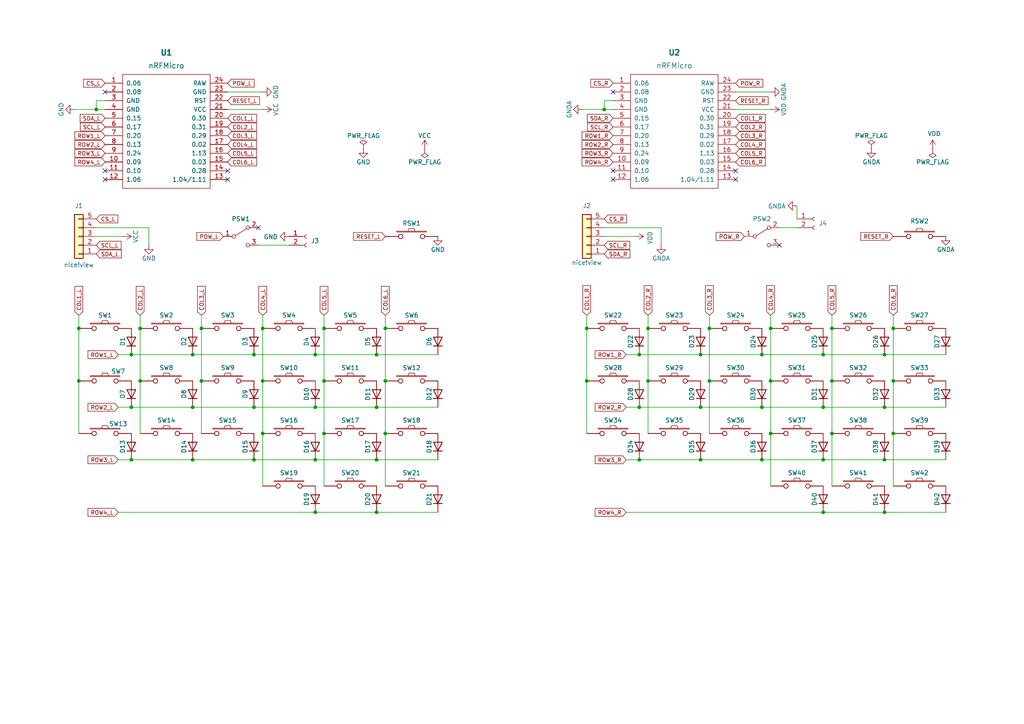
<source format=kicad_sch>
(kicad_sch (version 20250114) (generator "eeschema") (generator_version "9.0")
  (paper "A4")
  (lib_symbols
    (symbol "mriya:D" (pin_numbers (hide yes)) (pin_names (offset 1.016) (hide yes))
      (property "Reference" "D1" (at 0 2.54 0))
      (symbol "D_1_1"
        (pin passive line (at -3.81 0 0) (length 2.54) (name "K") (number "1"))
        (pin passive line (at 3.81 0 180) (length 2.54) (name "A") (number "2"))
      )
    )
    (symbol "mriya:GND" (power) (pin_names (offset 0))
      (property "Value" "GND" (at 0 -3.81 0))
      (symbol "GND_1_1"
        (pin power_in line (at 0 0 270) (length 0) (hide yes) (name "GND") (number "1"))
      )
    )
    (symbol "mriya:GNDA" (power) (pin_names (offset 0))
      (property "Value" "GNDA" (at 0.127 -3.2258 90))
      (symbol "GNDA_1_1"
        (pin power_in line (at 0 0 270) (length 0) (hide yes) (name "GNDA") (number "1"))
      )
    )
    (symbol "mriya:Molex_532610271" (pin_names (offset 1.016) (hide yes))
      (property "Reference" "J3" (at 1.27 -1.27 0))
      (symbol "Molex_532610271_1_1"
        (pin passive line (at -5.08 0 0) (length 3.81) (name "Pin_2") (number "1"))
        (pin passive line (at -5.08 -2.54 0) (length 3.81) (name "Pin_1") (number "2"))
      )
    )
    (symbol "mriya:PWR_FLAG" (power) (pin_numbers (hide yes)) (pin_names (offset 0) (hide yes))
      (property "Value" "PWR_FLAG" (at 0 3.81 0))
      (symbol "PWR_FLAG_0_0"
        (pin power_out line (at 0 0 90) (length 0) (name "pwr") (number "1"))
      )
    )
    (symbol "mriya:RSW" (pin_numbers (hide yes)) (pin_names (offset 1.016) (hide yes))
      (property "Reference" "RSW1" (at 0 3.81 0))
      (symbol "RSW_0_1"
        (pin passive inverted (at -7.62 0 0) (length 5.08) (name "1") (number "1"))
        (pin passive inverted (at 7.62 0 180) (length 5.08) (name "2") (number "2"))
      )
    )
    (symbol "mriya:SW_PUSH-kbd" (pin_numbers (hide yes)) (pin_names (offset 1.016) (hide yes))
      (property "Reference" "SW1" (at 0 3.81 0))
      (symbol "SW_PUSH-kbd_0_1"
        (pin passive inverted (at -7.62 0 0) (length 5.08) (name "1") (number "1"))
        (pin passive inverted (at 7.62 0 180) (length 5.08) (name "2") (number "2"))
      )
    )
    (symbol "mriya:SW_SPDT" (pin_names (offset 0) (hide yes))
      (property "Reference" "PSW1" (at 0 5.08 0))
      (symbol "SW_SPDT_1_1"
        (pin passive line (at -5.08 0 0) (length 2.54) (name "B") (number "1"))
        (pin passive line (at 5.08 2.54 180) (length 2.54) (name "A") (number "2"))
        (pin passive line (at 5.08 -2.54 180) (length 2.54) (name "C") (number "3"))
      )
    )
    (symbol "mriya:VCC" (power) (pin_names (offset 0))
      (property "Value" "VCC" (at 0 3.81 0))
      (symbol "VCC_1_1"
        (pin power_in line (at 0 0 90) (length 0) (hide yes) (name "VCC") (number "1"))
      )
    )
    (symbol "mriya:VDD" (power) (pin_names (offset 0))
      (property "Value" "VDD" (at 0.4318 4.3942 0))
      (symbol "VDD_1_1"
        (pin power_in line (at 0 0 90) (length 0) (hide yes) (name "VDD") (number "1"))
      )
    )
    (symbol "mriya:nRFMicro" (pin_names (offset 1.016))
      (property "Reference" "U1" (at 0 22.86 0))
      (property "Value" "nRFMicro" (at 0 19.05 0))
      (symbol "nRFMicro_1_1"
        (pin bidirectional line (at -17.78 13.97 0) (length 5.08) (name "0.06") (number "1"))
        (pin bidirectional line (at -17.78 11.43 0) (length 5.08) (name "0.08") (number "2"))
        (pin power_in line (at -17.78 8.89 0) (length 5.08) (name "GND") (number "3"))
        (pin power_in line (at -17.78 6.35 0) (length 5.08) (name "GND") (number "4"))
        (pin bidirectional line (at -17.78 3.81 0) (length 5.08) (name "0.15") (number "5"))
        (pin bidirectional line (at -17.78 1.27 0) (length 5.08) (name "0.17") (number "6"))
        (pin bidirectional line (at -17.78 -1.27 0) (length 5.08) (name "0.20") (number "7"))
        (pin bidirectional line (at -17.78 -3.81 0) (length 5.08) (name "0.13") (number "8"))
        (pin bidirectional line (at -17.78 -6.35 0) (length 5.08) (name "0.24") (number "9"))
        (pin bidirectional line (at -17.78 -8.89 0) (length 5.08) (name "0.09") (number "10"))
        (pin bidirectional line (at -17.78 -11.43 0) (length 5.08) (name "0.10") (number "11"))
        (pin bidirectional line (at -17.78 -13.97 0) (length 5.08) (name "1.06") (number "12"))
        (pin power_out line (at 17.78 13.97 180) (length 5.08) (name "RAW") (number "24"))
        (pin power_in line (at 17.78 11.43 180) (length 5.08) (name "GND") (number "23"))
        (pin input line (at 17.78 8.89 180) (length 5.08) (name "RST") (number "22"))
        (pin power_in line (at 17.78 6.35 180) (length 5.08) (name "VCC") (number "21"))
        (pin bidirectional line (at 17.78 3.81 180) (length 5.08) (name "0.30") (number "20"))
        (pin bidirectional line (at 17.78 1.27 180) (length 5.08) (name "0.31") (number "19"))
        (pin bidirectional line (at 17.78 -1.27 180) (length 5.08) (name "0.29") (number "18"))
        (pin bidirectional line (at 17.78 -3.81 180) (length 5.08) (name "0.02") (number "17"))
        (pin bidirectional line (at 17.78 -6.35 180) (length 5.08) (name "1.13") (number "16"))
        (pin bidirectional line (at 17.78 -8.89 180) (length 5.08) (name "0.03") (number "15"))
        (pin bidirectional line (at 17.78 -11.43 180) (length 5.08) (name "0.28") (number "14"))
        (pin bidirectional line (at 17.78 -13.97 180) (length 5.08) (name "1.04/1.11") (number "13"))
      )
    )
    (symbol "mriya:nice!view" (pin_names (offset 1.016) (hide yes))
      (property "Reference" "J1" (at 0 -8.89 0))
      (property "Value" "nice!view" (at 0 8.255 0))
      (symbol "nice!view_1_1"
        (pin passive line (at -5.08 5.08 0) (length 3.81) (name "Pin_1") (number "1"))
        (pin passive line (at -5.08 2.54 0) (length 3.81) (name "Pin_2") (number "2"))
        (pin passive line (at -5.08 0 0) (length 3.81) (name "Pin_3") (number "3"))
        (pin passive line (at -5.08 -2.54 0) (length 3.81) (name "Pin_4") (number "4"))
        (pin passive line (at -5.08 -5.08 0) (length 3.81) (name "Pin_5") (number "5"))
      )
    )
  )
  (junction (at 223.52 125.73))
  (junction (at 91.44 133.35))
  (junction (at 111.76 110.49))
  (junction (at 259.08 110.49))
  (junction (at 91.44 148.59))
  (junction (at 76.2 110.49))
  (junction (at 185.42 118.11))
  (junction (at 40.64 110.49))
  (junction (at 205.74 110.49))
  (junction (at 22.86 110.49))
  (junction (at 203.2 118.11))
  (junction (at 73.66 118.11))
  (junction (at 256.54 148.59))
  (junction (at 220.98 133.35))
  (junction (at 259.08 125.73))
  (junction (at 256.54 102.87))
  (junction (at 256.54 118.11))
  (junction (at 111.76 95.25))
  (junction (at 109.22 118.11))
  (junction (at 259.08 95.25))
  (junction (at 91.44 118.11))
  (junction (at 76.2 95.25))
  (junction (at 55.88 133.35))
  (junction (at 185.42 102.87))
  (junction (at 238.76 102.87))
  (junction (at 27.94 31.75))
  (junction (at 203.2 133.35))
  (junction (at 238.76 118.11))
  (junction (at 38.1 102.87))
  (junction (at 40.64 95.25))
  (junction (at 238.76 133.35))
  (junction (at 185.42 133.35))
  (junction (at 203.2 102.87))
  (junction (at 241.3 95.25))
  (junction (at 58.42 95.25))
  (junction (at 93.98 110.49))
  (junction (at 73.66 133.35))
  (junction (at 55.88 102.87))
  (junction (at 220.98 118.11))
  (junction (at 256.54 133.35))
  (junction (at 223.52 95.25))
  (junction (at 58.42 110.49))
  (junction (at 93.98 95.25))
  (junction (at 109.22 102.87))
  (junction (at 205.74 95.25))
  (junction (at 241.3 110.49))
  (junction (at 220.98 102.87))
  (junction (at 170.18 110.49))
  (junction (at 22.86 95.25))
  (junction (at 73.66 102.87))
  (junction (at 38.1 133.35))
  (junction (at 109.22 148.59))
  (junction (at 238.76 148.59))
  (junction (at 187.96 95.25))
  (junction (at 38.1 118.11))
  (junction (at 109.22 133.35))
  (junction (at 223.52 110.49))
  (junction (at 91.44 102.87))
  (junction (at 187.96 110.49))
  (junction (at 111.76 125.73))
  (junction (at 76.2 125.73))
  (junction (at 175.26 31.75))
  (junction (at 241.3 125.73))
  (junction (at 170.18 95.25))
  (junction (at 55.88 118.11))
  (junction (at 93.98 125.73))
  (no_connect (at 213.36 49.53))
  (no_connect (at 74.93 66.04))
  (no_connect (at 66.04 52.07))
  (no_connect (at 30.48 49.53))
  (no_connect (at 66.04 49.53))
  (no_connect (at 213.36 52.07))
  (no_connect (at 30.48 26.67))
  (no_connect (at 177.8 49.53))
  (no_connect (at 30.48 52.07))
  (no_connect (at 226.06 71.12))
  (no_connect (at 177.8 26.67))
  (no_connect (at 177.8 52.07))
  (wire (pts (xy 238.76 148.59) (xy 256.54 148.59)))
  (wire (pts (xy 241.3 91.44) (xy 241.3 95.25)))
  (wire (pts (xy 241.3 125.73) (xy 241.3 140.97)))
  (wire (pts (xy 73.66 102.87) (xy 91.44 102.87)))
  (wire (pts (xy 223.52 110.49) (xy 223.52 125.73)))
  (wire (pts (xy 76.2 125.73) (xy 76.2 140.97)))
  (wire (pts (xy 40.64 110.49) (xy 40.64 125.73)))
  (wire (pts (xy 66.04 26.67) (xy 76.2 26.67)))
  (wire (pts (xy 38.1 133.35) (xy 55.88 133.35)))
  (wire (pts (xy 21.59 31.75) (xy 27.94 31.75)))
  (wire (pts (xy 187.96 91.44) (xy 187.96 95.25)))
  (wire (pts (xy 76.2 110.49) (xy 76.2 125.73)))
  (wire (pts (xy 181.61 118.11) (xy 185.42 118.11)))
  (wire (pts (xy 109.22 148.59) (xy 127 148.59)))
  (wire (pts (xy 109.22 102.87) (xy 127 102.87)))
  (wire (pts (xy 223.52 91.44) (xy 223.52 95.25)))
  (wire (pts (xy 27.94 31.75) (xy 30.48 31.75)))
  (wire (pts (xy 203.2 102.87) (xy 220.98 102.87)))
  (wire (pts (xy 238.76 102.87) (xy 256.54 102.87)))
  (wire (pts (xy 177.8 29.21) (xy 175.26 29.21)))
  (wire (pts (xy 55.88 102.87) (xy 73.66 102.87)))
  (wire (pts (xy 91.44 148.59) (xy 109.22 148.59)))
  (wire (pts (xy 93.98 110.49) (xy 93.98 125.73)))
  (wire (pts (xy 213.36 26.67) (xy 223.52 26.67)))
  (wire (pts (xy 191.77 66.04) (xy 191.77 71.12)))
  (wire (pts (xy 34.29 102.87) (xy 38.1 102.87)))
  (wire (pts (xy 259.08 110.49) (xy 259.08 125.73)))
  (wire (pts (xy 226.06 66.04) (xy 231.14 66.04)))
  (wire (pts (xy 241.3 110.49) (xy 241.3 125.73)))
  (wire (pts (xy 256.54 102.87) (xy 274.32 102.87)))
  (wire (pts (xy 22.86 91.44) (xy 22.86 95.25)))
  (wire (pts (xy 259.08 91.44) (xy 259.08 95.25)))
  (wire (pts (xy 187.96 95.25) (xy 187.96 110.49)))
  (wire (pts (xy 66.04 31.75) (xy 76.2 31.75)))
  (wire (pts (xy 238.76 118.11) (xy 256.54 118.11)))
  (wire (pts (xy 38.1 102.87) (xy 55.88 102.87)))
  (wire (pts (xy 58.42 91.44) (xy 58.42 95.25)))
  (wire (pts (xy 203.2 118.11) (xy 220.98 118.11)))
  (wire (pts (xy 38.1 118.11) (xy 55.88 118.11)))
  (wire (pts (xy 43.18 66.04) (xy 43.18 71.12)))
  (wire (pts (xy 181.61 102.87) (xy 185.42 102.87)))
  (wire (pts (xy 259.08 125.73) (xy 259.08 140.97)))
  (wire (pts (xy 168.91 31.75) (xy 175.26 31.75)))
  (wire (pts (xy 111.76 110.49) (xy 111.76 125.73)))
  (wire (pts (xy 205.74 91.44) (xy 205.74 95.25)))
  (wire (pts (xy 93.98 91.44) (xy 93.98 95.25)))
  (wire (pts (xy 181.61 148.59) (xy 238.76 148.59)))
  (wire (pts (xy 185.42 118.11) (xy 203.2 118.11)))
  (wire (pts (xy 22.86 110.49) (xy 22.86 125.73)))
  (wire (pts (xy 175.26 29.21) (xy 175.26 31.75)))
  (wire (pts (xy 223.52 95.25) (xy 223.52 110.49)))
  (wire (pts (xy 34.29 148.59) (xy 91.44 148.59)))
  (wire (pts (xy 203.2 133.35) (xy 220.98 133.35)))
  (wire (pts (xy 220.98 102.87) (xy 238.76 102.87)))
  (wire (pts (xy 256.54 133.35) (xy 274.32 133.35)))
  (wire (pts (xy 55.88 133.35) (xy 73.66 133.35)))
  (wire (pts (xy 111.76 125.73) (xy 111.76 140.97)))
  (wire (pts (xy 27.94 29.21) (xy 27.94 31.75)))
  (wire (pts (xy 40.64 91.44) (xy 40.64 95.25)))
  (wire (pts (xy 109.22 118.11) (xy 127 118.11)))
  (wire (pts (xy 238.76 133.35) (xy 256.54 133.35)))
  (wire (pts (xy 170.18 95.25) (xy 170.18 110.49)))
  (wire (pts (xy 231.14 59.69) (xy 231.14 63.5)))
  (wire (pts (xy 58.42 95.25) (xy 58.42 110.49)))
  (wire (pts (xy 109.22 133.35) (xy 127 133.35)))
  (wire (pts (xy 175.26 66.04) (xy 191.77 66.04)))
  (wire (pts (xy 241.3 95.25) (xy 241.3 110.49)))
  (wire (pts (xy 74.93 71.12) (xy 83.82 71.12)))
  (wire (pts (xy 93.98 95.25) (xy 93.98 110.49)))
  (wire (pts (xy 175.26 68.58) (xy 184.15 68.58)))
  (wire (pts (xy 40.64 95.25) (xy 40.64 110.49)))
  (wire (pts (xy 93.98 125.73) (xy 93.98 140.97)))
  (wire (pts (xy 185.42 133.35) (xy 203.2 133.35)))
  (wire (pts (xy 170.18 91.44) (xy 170.18 95.25)))
  (wire (pts (xy 34.29 133.35) (xy 38.1 133.35)))
  (wire (pts (xy 170.18 110.49) (xy 170.18 125.73)))
  (wire (pts (xy 175.26 31.75) (xy 177.8 31.75)))
  (wire (pts (xy 91.44 102.87) (xy 109.22 102.87)))
  (wire (pts (xy 223.52 125.73) (xy 223.52 140.97)))
  (wire (pts (xy 213.36 31.75) (xy 223.52 31.75)))
  (wire (pts (xy 256.54 148.59) (xy 274.32 148.59)))
  (wire (pts (xy 73.66 118.11) (xy 91.44 118.11)))
  (wire (pts (xy 27.94 68.58) (xy 35.56 68.58)))
  (wire (pts (xy 205.74 95.25) (xy 205.74 110.49)))
  (wire (pts (xy 58.42 110.49) (xy 58.42 125.73)))
  (wire (pts (xy 30.48 29.21) (xy 27.94 29.21)))
  (wire (pts (xy 181.61 133.35) (xy 185.42 133.35)))
  (wire (pts (xy 76.2 95.25) (xy 76.2 110.49)))
  (wire (pts (xy 185.42 102.87) (xy 203.2 102.87)))
  (wire (pts (xy 205.74 110.49) (xy 205.74 125.73)))
  (wire (pts (xy 91.44 133.35) (xy 109.22 133.35)))
  (wire (pts (xy 259.08 95.25) (xy 259.08 110.49)))
  (wire (pts (xy 76.2 91.44) (xy 76.2 95.25)))
  (wire (pts (xy 91.44 118.11) (xy 109.22 118.11)))
  (wire (pts (xy 73.66 133.35) (xy 91.44 133.35)))
  (wire (pts (xy 111.76 95.25) (xy 111.76 110.49)))
  (wire (pts (xy 111.76 91.44) (xy 111.76 95.25)))
  (wire (pts (xy 27.94 66.04) (xy 43.18 66.04)))
  (wire (pts (xy 187.96 110.49) (xy 187.96 125.73)))
  (wire (pts (xy 256.54 118.11) (xy 274.32 118.11)))
  (wire (pts (xy 22.86 95.25) (xy 22.86 110.49)))
  (wire (pts (xy 220.98 133.35) (xy 238.76 133.35)))
  (wire (pts (xy 220.98 118.11) (xy 238.76 118.11)))
  (wire (pts (xy 55.88 118.11) (xy 73.66 118.11)))
  (wire (pts (xy 34.29 118.11) (xy 38.1 118.11)))
  (global_label "COL1_L" (shape input) (at 22.86 91.44 90) (effects (font (size 1.15 1.15))) (property "Intersheetrefs" "${INTERSHEET_REFS}" (effects (hide yes))))
  (global_label "ROW2_L" (shape input) (at 30.48 41.91 180) (effects (font (size 1.15 1.15))) (property "Intersheetrefs" "${INTERSHEET_REFS}" (effects (hide yes))))
  (global_label "ROW1_R" (shape input) (at 177.8 39.37 180) (effects (font (size 1.15 1.15))) (property "Intersheetrefs" "${INTERSHEET_REFS}" (effects (hide yes))))
  (global_label "COL2_R" (shape input) (at 213.36 36.83 0) (effects (font (size 1.15 1.15))) (property "Intersheetrefs" "${INTERSHEET_REFS}" (effects (hide yes))))
  (global_label "COL6_R" (shape input) (at 213.36 46.99 0) (effects (font (size 1.15 1.15))) (property "Intersheetrefs" "${INTERSHEET_REFS}" (effects (hide yes))))
  (global_label "ROW4_L" (shape input) (at 34.29 148.59 180) (effects (font (size 1.15 1.15))) (property "Intersheetrefs" "${INTERSHEET_REFS}" (effects (hide yes))))
  (global_label "POW_R" (shape input) (at 213.36 24.13 0) (effects (font (size 1.15 1.15))) (property "Intersheetrefs" "${INTERSHEET_REFS}" (effects (hide yes))))
  (global_label "SCL_L" (shape input) (at 30.48 36.83 180) (effects (font (size 1.15 1.15))) (property "Intersheetrefs" "${INTERSHEET_REFS}" (effects (hide yes))))
  (global_label "SDA_R" (shape input) (at 175.26 73.66 0) (effects (font (size 1.15 1.15))) (property "Intersheetrefs" "${INTERSHEET_REFS}" (effects (hide yes))))
  (global_label "COL5_R" (shape input) (at 241.3 91.44 90) (effects (font (size 1.15 1.15))) (property "Intersheetrefs" "${INTERSHEET_REFS}" (effects (hide yes))))
  (global_label "COL5_R" (shape input) (at 213.36 44.45 0) (effects (font (size 1.15 1.15))) (property "Intersheetrefs" "${INTERSHEET_REFS}" (effects (hide yes))))
  (global_label "CS_L" (shape input) (at 27.94 63.5 0) (effects (font (size 1.15 1.15))) (property "Intersheetrefs" "${INTERSHEET_REFS}" (effects (hide yes))))
  (global_label "RESET_R" (shape input) (at 213.36 29.21 0) (effects (font (size 1.15 1.15))) (property "Intersheetrefs" "${INTERSHEET_REFS}" (effects (hide yes))))
  (global_label "COL1_L" (shape input) (at 66.04 34.29 0) (effects (font (size 1.15 1.15))) (property "Intersheetrefs" "${INTERSHEET_REFS}" (effects (hide yes))))
  (global_label "ROW1_L" (shape input) (at 34.29 102.87 180) (effects (font (size 1.15 1.15))) (property "Intersheetrefs" "${INTERSHEET_REFS}" (effects (hide yes))))
  (global_label "COL3_L" (shape input) (at 66.04 39.37 0) (effects (font (size 1.15 1.15))) (property "Intersheetrefs" "${INTERSHEET_REFS}" (effects (hide yes))))
  (global_label "ROW4_L" (shape input) (at 30.48 46.99 180) (effects (font (size 1.15 1.15))) (property "Intersheetrefs" "${INTERSHEET_REFS}" (effects (hide yes))))
  (global_label "RESET_R" (shape input) (at 259.08 68.58 180) (effects (font (size 1.15 1.15))) (property "Intersheetrefs" "${INTERSHEET_REFS}" (effects (hide yes))))
  (global_label "RESET_L" (shape input) (at 66.04 29.21 0) (effects (font (size 1.15 1.15))) (property "Intersheetrefs" "${INTERSHEET_REFS}" (effects (hide yes))))
  (global_label "ROW2_R" (shape input) (at 181.61 118.11 180) (effects (font (size 1.15 1.15))) (property "Intersheetrefs" "${INTERSHEET_REFS}" (effects (hide yes))))
  (global_label "ROW3_L" (shape input) (at 30.48 44.45 180) (effects (font (size 1.15 1.15))) (property "Intersheetrefs" "${INTERSHEET_REFS}" (effects (hide yes))))
  (global_label "RESET_L" (shape input) (at 111.76 68.58 180) (effects (font (size 1.15 1.15))) (property "Intersheetrefs" "${INTERSHEET_REFS}" (effects (hide yes))))
  (global_label "COL3_L" (shape input) (at 58.42 91.44 90) (effects (font (size 1.15 1.15))) (property "Intersheetrefs" "${INTERSHEET_REFS}" (effects (hide yes))))
  (global_label "COL6_L" (shape input) (at 66.04 46.99 0) (effects (font (size 1.15 1.15))) (property "Intersheetrefs" "${INTERSHEET_REFS}" (effects (hide yes))))
  (global_label "COL1_R" (shape input) (at 213.36 34.29 0) (effects (font (size 1.15 1.15))) (property "Intersheetrefs" "${INTERSHEET_REFS}" (effects (hide yes))))
  (global_label "POW_R" (shape input) (at 215.9 68.58 180) (effects (font (size 1.1938 1.1938))) (property "Intersheetrefs" "${INTERSHEET_REFS}" (effects (hide yes))))
  (global_label "CS_R" (shape input) (at 175.26 63.5 0) (effects (font (size 1.15 1.15))) (property "Intersheetrefs" "${INTERSHEET_REFS}" (effects (hide yes))))
  (global_label "ROW4_R" (shape input) (at 177.8 46.99 180) (effects (font (size 1.15 1.15))) (property "Intersheetrefs" "${INTERSHEET_REFS}" (effects (hide yes))))
  (global_label "COL6_R" (shape input) (at 259.08 91.44 90) (effects (font (size 1.15 1.15))) (property "Intersheetrefs" "${INTERSHEET_REFS}" (effects (hide yes))))
  (global_label "ROW3_R" (shape input) (at 177.8 44.45 180) (effects (font (size 1.15 1.15))) (property "Intersheetrefs" "${INTERSHEET_REFS}" (effects (hide yes))))
  (global_label "ROW1_R" (shape input) (at 181.61 102.87 180) (effects (font (size 1.15 1.15))) (property "Intersheetrefs" "${INTERSHEET_REFS}" (effects (hide yes))))
  (global_label "ROW2_L" (shape input) (at 34.29 118.11 180) (effects (font (size 1.15 1.15))) (property "Intersheetrefs" "${INTERSHEET_REFS}" (effects (hide yes))))
  (global_label "ROW1_L" (shape input) (at 30.48 39.37 180) (effects (font (size 1.15 1.15))) (property "Intersheetrefs" "${INTERSHEET_REFS}" (effects (hide yes))))
  (global_label "POW_L" (shape input) (at 66.04 24.13 0) (effects (font (size 1.15 1.15))) (property "Intersheetrefs" "${INTERSHEET_REFS}" (effects (hide yes))))
  (global_label "SDA_L" (shape input) (at 30.48 34.29 180) (effects (font (size 1.15 1.15))) (property "Intersheetrefs" "${INTERSHEET_REFS}" (effects (hide yes))))
  (global_label "COL4_R" (shape input) (at 223.52 91.44 90) (effects (font (size 1.15 1.15))) (property "Intersheetrefs" "${INTERSHEET_REFS}" (effects (hide yes))))
  (global_label "SCL_R" (shape input) (at 177.8 36.83 180) (effects (font (size 1.15 1.15))) (property "Intersheetrefs" "${INTERSHEET_REFS}" (effects (hide yes))))
  (global_label "ROW3_L" (shape input) (at 34.29 133.35 180) (effects (font (size 1.15 1.15))) (property "Intersheetrefs" "${INTERSHEET_REFS}" (effects (hide yes))))
  (global_label "SDA_R" (shape input) (at 177.8 34.29 180) (effects (font (size 1.15 1.15))) (property "Intersheetrefs" "${INTERSHEET_REFS}" (effects (hide yes))))
  (global_label "COL5_L" (shape input) (at 66.04 44.45 0) (effects (font (size 1.15 1.15))) (property "Intersheetrefs" "${INTERSHEET_REFS}" (effects (hide yes))))
  (global_label "COL2_L" (shape input) (at 40.64 91.44 90) (effects (font (size 1.15 1.15))) (property "Intersheetrefs" "${INTERSHEET_REFS}" (effects (hide yes))))
  (global_label "ROW2_R" (shape input) (at 177.8 41.91 180) (effects (font (size 1.15 1.15))) (property "Intersheetrefs" "${INTERSHEET_REFS}" (effects (hide yes))))
  (global_label "COL3_R" (shape input) (at 205.74 91.44 90) (effects (font (size 1.15 1.15))) (property "Intersheetrefs" "${INTERSHEET_REFS}" (effects (hide yes))))
  (global_label "ROW3_R" (shape input) (at 181.61 133.35 180) (effects (font (size 1.15 1.15))) (property "Intersheetrefs" "${INTERSHEET_REFS}" (effects (hide yes))))
  (global_label "COL3_R" (shape input) (at 213.36 39.37 0) (effects (font (size 1.15 1.15))) (property "Intersheetrefs" "${INTERSHEET_REFS}" (effects (hide yes))))
  (global_label "COL2_R" (shape input) (at 187.96 91.44 90) (effects (font (size 1.15 1.15))) (property "Intersheetrefs" "${INTERSHEET_REFS}" (effects (hide yes))))
  (global_label "POW_L" (shape input) (at 64.77 68.58 180) (effects (font (size 1.15 1.15))) (property "Intersheetrefs" "${INTERSHEET_REFS}" (effects (hide yes))))
  (global_label "COL1_R" (shape input) (at 170.18 91.44 90) (effects (font (size 1.15 1.15))) (property "Intersheetrefs" "${INTERSHEET_REFS}" (effects (hide yes))))
  (global_label "COL5_L" (shape input) (at 93.98 91.44 90) (effects (font (size 1.15 1.15))) (property "Intersheetrefs" "${INTERSHEET_REFS}" (effects (hide yes))))
  (global_label "SCL_R" (shape input) (at 175.26 71.12 0) (effects (font (size 1.15 1.15))) (property "Intersheetrefs" "${INTERSHEET_REFS}" (effects (hide yes))))
  (global_label "SDA_L" (shape input) (at 27.94 73.66 0) (effects (font (size 1.15 1.15))) (property "Intersheetrefs" "${INTERSHEET_REFS}" (effects (hide yes))))
  (global_label "SCL_L" (shape input) (at 27.94 71.12 0) (effects (font (size 1.15 1.15))) (property "Intersheetrefs" "${INTERSHEET_REFS}" (effects (hide yes))))
  (global_label "CS_R" (shape input) (at 177.8 24.13 180) (effects (font (size 1.15 1.15))) (property "Intersheetrefs" "${INTERSHEET_REFS}" (effects (hide yes))))
  (global_label "ROW4_R" (shape input) (at 181.61 148.59 180) (effects (font (size 1.15 1.15))) (property "Intersheetrefs" "${INTERSHEET_REFS}" (effects (hide yes))))
  (global_label "COL4_L" (shape input) (at 66.04 41.91 0) (effects (font (size 1.15 1.15))) (property "Intersheetrefs" "${INTERSHEET_REFS}" (effects (hide yes))))
  (global_label "COL4_R" (shape input) (at 213.36 41.91 0) (effects (font (size 1.15 1.15))) (property "Intersheetrefs" "${INTERSHEET_REFS}" (effects (hide yes))))
  (global_label "COL2_L" (shape input) (at 66.04 36.83 0) (effects (font (size 1.15 1.15))) (property "Intersheetrefs" "${INTERSHEET_REFS}" (effects (hide yes))))
  (global_label "CS_L" (shape input) (at 30.48 24.13 180) (effects (font (size 1.15 1.15))) (property "Intersheetrefs" "${INTERSHEET_REFS}" (effects (hide yes))))
  (global_label "COL4_L" (shape input) (at 76.2 91.44 90) (effects (font (size 1.15 1.15))) (property "Intersheetrefs" "${INTERSHEET_REFS}" (effects (hide yes))))
  (global_label "COL6_L" (shape input) (at 111.76 91.44 90) (effects (font (size 1.15 1.15))) (property "Intersheetrefs" "${INTERSHEET_REFS}" (effects (hide yes))))
  (symbol (lib_id "mriya:GNDA") (at 168.91 31.75 270) (unit 1)
    (property "Reference" "#PWR01" (effects (hide yes)))
    (property "Value" "GNDA" (at 165.1 31.75 0))
  )
  (symbol (lib_id "mriya:SW_PUSH-kbd") (at 231.14 110.49 0) (unit 1)
    (property "Reference" "SW31" (at 231.14 106.68 0))
    (property "Value" "SW_PUSH" (effects (hide yes)))
    (property "Footprint" "MRIYA:CherryMX_Hotswap_1U" (effects (hide yes)))
    (property "Description" "Kailh Hotswap Socket CPG151101S11" (effects (hide yes)))
  )
  (symbol (lib_id "mriya:nRFMicro") (at 195.58 38.1 0) (unit 1)
    (property "Reference" "U2" (at 195.58 15.24 0) (effects (font (size 1.6 1.6) (thickness 0.32) (bold yes))))
    (property "Value" "nRFMicro" (at 195.58 19.05 0) (effects (font (size 1.524 1.524))))
    (property "Footprint" "MRIYA:nRFMicro_v2" (effects (hide yes)))
  )
  (symbol (lib_id "mriya:SW_PUSH-kbd") (at 248.92 140.97 0) (unit 1)
    (property "Reference" "SW41" (at 248.92 137.16 0))
    (property "Value" "SW_PUSH" (effects (hide yes)))
    (property "Footprint" "MRIYA:CherryMX_Hotswap_1U" (effects (hide yes)))
    (property "Description" "Kailh Hotswap Socket CPG151101S11" (effects (hide yes)))
  )
  (symbol (lib_id "mriya:GND") (at 105.41 43.18 0) (unit 1)
    (property "Reference" "#PWR0108" (effects (hide yes)))
    (property "Value" "GND" (at 105.41 46.99 0))
  )
  (symbol (lib_id "mriya:SW_PUSH-kbd") (at 177.8 125.73 0) (unit 1)
    (property "Reference" "SW34" (at 177.8 121.92 0))
    (property "Value" "SW_PUSH" (effects (hide yes)))
    (property "Footprint" "MRIYA:CherryMX_Hotswap_1U" (effects (hide yes)))
    (property "Description" "Kailh Hotswap Socket CPG151101S11" (effects (hide yes)))
  )
  (symbol (lib_id "mriya:D") (at 185.42 99.06 90) (unit 1)
    (property "Reference" "D22" (at 182.88 99.06 0))
    (property "Value" "D" (effects (hide yes)))
    (property "Footprint" "MRIYA:1N4148_T4" (effects (hide yes)))
    (property "Description" "Diode 1N4148W SOD-123" (effects (hide yes)))
  )
  (symbol (lib_id "mriya:D") (at 109.22 144.78 90) (unit 1)
    (property "Reference" "D20" (at 106.68 144.78 0))
    (property "Value" "D" (effects (hide yes)))
    (property "Footprint" "MRIYA:1N4148_T4" (effects (hide yes)))
    (property "Description" "Diode 1N4148W SOD-123" (effects (hide yes)))
  )
  (symbol (lib_id "mriya:D") (at 109.22 129.54 90) (unit 1)
    (property "Reference" "D17" (at 106.68 129.54 0))
    (property "Value" "D" (effects (hide yes)))
    (property "Footprint" "MRIYA:1N4148_T4" (effects (hide yes)))
    (property "Description" "Diode 1N4148W SOD-123" (effects (hide yes)))
  )
  (symbol (lib_id "mriya:SW_PUSH-kbd") (at 177.8 110.49 0) (unit 1)
    (property "Reference" "SW28" (at 177.8 106.68 0))
    (property "Value" "SW_PUSH" (effects (hide yes)))
    (property "Footprint" "MRIYA:CherryMX_Hotswap_1U" (effects (hide yes)))
    (property "Description" "Kailh Hotswap Socket CPG151101S11" (effects (hide yes)))
  )
  (symbol (lib_id "mriya:Molex_532610271") (at 236.22 63.5 0) (unit 1)
    (property "Reference" "J4" (at 237.49 64.77 0) (effects (justify left)))
    (property "Value" "JST" (effects (hide yes)))
    (property "Footprint" "MRIYA:Molex_532610271" (effects (hide yes)))
    (property "Description" "Molex PicoBlade 532610271 connector" (effects (hide yes)))
  )
  (symbol (lib_id "mriya:nRFMicro") (at 48.26 38.1 0) (unit 1)
    (property "Reference" "U1" (at 48.26 15.24 0) (effects (font (size 1.6 1.6) (thickness 0.32) (bold yes))))
    (property "Value" "nRFMicro" (at 48.26 19.05 0) (effects (font (size 1.524 1.524))))
    (property "Footprint" "MRIYA:nRFMicro_v2" (effects (hide yes)))
  )
  (symbol (lib_id "mriya:SW_PUSH-kbd") (at 101.6 95.25 0) (unit 1)
    (property "Reference" "SW5" (at 101.6 91.44 0))
    (property "Value" "SW_PUSH" (effects (hide yes)))
    (property "Footprint" "MRIYA:CherryMX_Hotswap_1U" (effects (hide yes)))
    (property "Description" "Kailh Hotswap Socket CPG151101S11" (effects (hide yes)))
  )
  (symbol (lib_id "mriya:D") (at 55.88 99.06 90) (unit 1)
    (property "Reference" "D2" (at 53.34 99.06 0))
    (property "Value" "D" (effects (hide yes)))
    (property "Footprint" "MRIYA:1N4148_T4" (effects (hide yes)))
    (property "Description" "Diode 1N4148W SOD-123" (effects (hide yes)))
  )
  (symbol (lib_id "mriya:D") (at 55.88 129.54 90) (unit 1)
    (property "Reference" "D14" (at 53.34 129.54 0))
    (property "Value" "D" (effects (hide yes)))
    (property "Footprint" "MRIYA:1N4148_T4" (effects (hide yes)))
    (property "Description" "Diode 1N4148W SOD-123" (effects (hide yes)))
  )
  (symbol (lib_id "mriya:SW_PUSH-kbd") (at 30.48 125.73 0) (unit 1)
    (property "Reference" "SW13" (at 34.29 122.936 0))
    (property "Value" "SW_PUSH" (effects (hide yes)))
    (property "Footprint" "MRIYA:CherryMX_Hotswap_1U" (effects (hide yes)))
    (property "Description" "Kailh Hotswap Socket CPG151101S11" (effects (hide yes)))
  )
  (symbol (lib_id "mriya:SW_PUSH-kbd") (at 119.38 140.97 0) (unit 1)
    (property "Reference" "SW21" (at 119.38 137.16 0))
    (property "Value" "SW_PUSH" (effects (hide yes)))
    (property "Footprint" "MRIYA:CherryMX_Hotswap_1U" (effects (hide yes)))
    (property "Description" "Kailh Hotswap Socket CPG151101S11" (effects (hide yes)))
  )
  (symbol (lib_id "mriya:SW_PUSH-kbd") (at 266.7 125.73 0) (unit 1)
    (property "Reference" "SW39" (at 266.7 121.92 0))
    (property "Value" "SW_PUSH" (effects (hide yes)))
    (property "Footprint" "MRIYA:CherryMX_Hotswap_1U" (effects (hide yes)))
    (property "Description" "Kailh Hotswap Socket CPG151101S11" (effects (hide yes)))
  )
  (symbol (lib_id "mriya:D") (at 256.54 114.3 90) (unit 1)
    (property "Reference" "D32" (at 254 114.3 0))
    (property "Value" "D" (effects (hide yes)))
    (property "Footprint" "MRIYA:1N4148_T4" (effects (hide yes)))
    (property "Description" "Diode 1N4148W SOD-123" (effects (hide yes)))
  )
  (symbol (lib_id "mriya:D") (at 73.66 129.54 90) (unit 1)
    (property "Reference" "D15" (at 71.12 129.54 0))
    (property "Value" "D" (effects (hide yes)))
    (property "Footprint" "MRIYA:1N4148_T4" (effects (hide yes)))
    (property "Description" "Diode 1N4148W SOD-123" (effects (hide yes)))
  )
  (symbol (lib_id "mriya:SW_PUSH-kbd") (at 248.92 95.25 0) (unit 1)
    (property "Reference" "SW26" (at 248.92 91.44 0))
    (property "Value" "SW_PUSH" (effects (hide yes)))
    (property "Footprint" "MRIYA:CherryMX_Hotswap_1U" (effects (hide yes)))
    (property "Description" "Kailh Hotswap Socket CPG151101S11" (effects (hide yes)))
  )
  (symbol (lib_id "mriya:D") (at 274.32 114.3 90) (unit 1)
    (property "Reference" "D33" (at 271.78 114.3 0))
    (property "Value" "D" (effects (hide yes)))
    (property "Footprint" "MRIYA:1N4148_T4" (effects (hide yes)))
    (property "Description" "Diode 1N4148W SOD-123" (effects (hide yes)))
  )
  (symbol (lib_id "mriya:SW_PUSH-kbd") (at 195.58 125.73 0) (unit 1)
    (property "Reference" "SW35" (at 195.58 121.92 0))
    (property "Value" "SW_PUSH" (effects (hide yes)))
    (property "Footprint" "MRIYA:CherryMX_Hotswap_1U" (effects (hide yes)))
    (property "Description" "Kailh Hotswap Socket CPG151101S11" (effects (hide yes)))
  )
  (symbol (lib_id "mriya:SW_PUSH-kbd") (at 30.48 95.25 0) (unit 1)
    (property "Reference" "SW1" (at 30.48 91.44 0))
    (property "Value" "SW_PUSH" (effects (hide yes)))
    (property "Footprint" "MRIYA:CherryMX_Hotswap_1U" (effects (hide yes)))
    (property "Description" "Kailh Hotswap Socket CPG151101S11" (effects (hide yes)))
  )
  (symbol (lib_id "mriya:SW_PUSH-kbd") (at 48.26 95.25 0) (unit 1)
    (property "Reference" "SW2" (at 48.26 91.44 0))
    (property "Value" "SW_PUSH" (effects (hide yes)))
    (property "Footprint" "MRIYA:CherryMX_Hotswap_1U" (effects (hide yes)))
    (property "Description" "Kailh Hotswap Socket CPG151101S11" (effects (hide yes)))
  )
  (symbol (lib_id "mriya:SW_PUSH-kbd") (at 195.58 95.25 0) (unit 1)
    (property "Reference" "SW23" (at 195.58 91.44 0))
    (property "Value" "SW_PUSH" (effects (hide yes)))
    (property "Footprint" "MRIYA:CherryMX_Hotswap_1U" (effects (hide yes)))
    (property "Description" "Kailh Hotswap Socket CPG151101S11" (effects (hide yes)))
  )
  (symbol (lib_id "mriya:SW_PUSH-kbd") (at 48.26 125.73 0) (unit 1)
    (property "Reference" "SW14" (at 48.26 121.92 0))
    (property "Value" "SW_PUSH" (effects (hide yes)))
    (property "Footprint" "MRIYA:CherryMX_Hotswap_1U" (effects (hide yes)))
    (property "Description" "Kailh Hotswap Socket CPG151101S11" (effects (hide yes)))
  )
  (symbol (lib_id "mriya:SW_PUSH-kbd") (at 48.26 110.49 0) (unit 1)
    (property "Reference" "SW8" (at 48.26 106.68 0))
    (property "Value" "SW_PUSH" (effects (hide yes)))
    (property "Footprint" "MRIYA:CherryMX_Hotswap_1U" (effects (hide yes)))
    (property "Description" "Kailh Hotswap Socket CPG151101S11" (effects (hide yes)))
  )
  (symbol (lib_id "mriya:D") (at 91.44 144.78 90) (unit 1)
    (property "Reference" "D19" (at 88.9 144.78 0))
    (property "Value" "D" (effects (hide yes)))
    (property "Footprint" "MRIYA:1N4148_T4" (effects (hide yes)))
    (property "Description" "Diode 1N4148W SOD-123" (effects (hide yes)))
  )
  (symbol (lib_id "mriya:SW_PUSH-kbd") (at 213.36 95.25 0) (unit 1)
    (property "Reference" "SW24" (at 213.36 91.44 0))
    (property "Value" "SW_PUSH" (effects (hide yes)))
    (property "Footprint" "MRIYA:CherryMX_Hotswap_1U" (effects (hide yes)))
    (property "Description" "Kailh Hotswap Socket CPG151101S11" (effects (hide yes)))
  )
  (symbol (lib_id "mriya:GND") (at 76.2 26.67 90) (unit 1)
    (property "Reference" "#PWR0102" (effects (hide yes)))
    (property "Value" "GND" (at 80.01 26.67 0))
  )
  (symbol (lib_id "mriya:GNDA") (at 223.52 26.67 90) (unit 1)
    (property "Reference" "#PWR05" (effects (hide yes)))
    (property "Value" "GNDA" (at 227.33 26.67 0))
  )
  (symbol (lib_id "mriya:SW_PUSH-kbd") (at 119.38 125.73 0) (unit 1)
    (property "Reference" "SW18" (at 119.38 121.92 0))
    (property "Value" "SW_PUSH" (effects (hide yes)))
    (property "Footprint" "MRIYA:CherryMX_Hotswap_1U" (effects (hide yes)))
    (property "Description" "Kailh Hotswap Socket CPG151101S11" (effects (hide yes)))
  )
  (symbol (lib_id "mriya:D") (at 185.42 114.3 90) (unit 1)
    (property "Reference" "D28" (at 182.88 114.3 0))
    (property "Value" "D" (effects (hide yes)))
    (property "Footprint" "MRIYA:1N4148_T4" (effects (hide yes)))
    (property "Description" "Diode 1N4148W SOD-123" (effects (hide yes)))
  )
  (symbol (lib_id "mriya:SW_PUSH-kbd") (at 248.92 110.49 0) (unit 1)
    (property "Reference" "SW32" (at 248.92 106.68 0))
    (property "Value" "SW_PUSH" (effects (hide yes)))
    (property "Footprint" "MRIYA:CherryMX_Hotswap_1U" (effects (hide yes)))
    (property "Description" "Kailh Hotswap Socket CPG151101S11" (effects (hide yes)))
  )
  (symbol (lib_id "mriya:SW_PUSH-kbd") (at 266.7 110.49 0) (unit 1)
    (property "Reference" "SW33" (at 266.7 106.68 0))
    (property "Value" "SW_PUSH" (effects (hide yes)))
    (property "Footprint" "MRIYA:CherryMX_Hotswap_1U" (effects (hide yes)))
    (property "Description" "Kailh Hotswap Socket CPG151101S11" (effects (hide yes)))
  )
  (symbol (lib_id "mriya:D") (at 73.66 99.06 90) (unit 1)
    (property "Reference" "D3" (at 71.12 99.06 0))
    (property "Value" "D" (effects (hide yes)))
    (property "Footprint" "MRIYA:1N4148_T4" (effects (hide yes)))
    (property "Description" "Diode 1N4148W SOD-123" (effects (hide yes)))
  )
  (symbol (lib_id "mriya:PWR_FLAG") (at 123.19 43.18 180) (unit 1)
    (property "Reference" "#FLG0101" (effects (hide yes)))
    (property "Value" "PWR_FLAG" (at 123.19 46.99 0))
  )
  (symbol (lib_id "mriya:D") (at 38.1 129.54 90) (unit 1)
    (property "Reference" "D13" (at 35.56 129.54 0))
    (property "Value" "D" (effects (hide yes)))
    (property "Footprint" "MRIYA:1N4148_T4" (effects (hide yes)))
    (property "Description" "Diode 1N4148W SOD-123" (effects (hide yes)))
  )
  (symbol (lib_id "mriya:D") (at 109.22 99.06 90) (unit 1)
    (property "Reference" "D5" (at 106.68 99.06 0))
    (property "Value" "D" (effects (hide yes)))
    (property "Footprint" "MRIYA:1N4148_T4" (effects (hide yes)))
    (property "Description" "Diode 1N4148W SOD-123" (effects (hide yes)))
  )
  (symbol (lib_id "mriya:D") (at 203.2 114.3 90) (unit 1)
    (property "Reference" "D29" (at 200.66 114.3 0))
    (property "Value" "D" (effects (hide yes)))
    (property "Footprint" "MRIYA:1N4148_T4" (effects (hide yes)))
    (property "Description" "Diode 1N4148W SOD-123" (effects (hide yes)))
  )
  (symbol (lib_id "mriya:D") (at 220.98 114.3 90) (unit 1)
    (property "Reference" "D30" (at 218.44 114.3 0))
    (property "Value" "D" (effects (hide yes)))
    (property "Footprint" "MRIYA:1N4148_T4" (effects (hide yes)))
    (property "Description" "Diode 1N4148W SOD-123" (effects (hide yes)))
  )
  (symbol (lib_id "mriya:SW_PUSH-kbd") (at 119.38 110.49 0) (unit 1)
    (property "Reference" "SW12" (at 119.38 106.68 0))
    (property "Value" "SW_PUSH" (effects (hide yes)))
    (property "Footprint" "MRIYA:CherryMX_Hotswap_1U" (effects (hide yes)))
    (property "Description" "Kailh Hotswap Socket CPG151101S11" (effects (hide yes)))
  )
  (symbol (lib_id "mriya:GNDA") (at 231.14 59.69 270) (unit 1)
    (property "Reference" "#PWR010" (effects (hide yes)))
    (property "Value" "GNDA" (at 227.9142 59.817 90) (effects (justify right)))
  )
  (symbol (lib_id "mriya:SW_PUSH-kbd") (at 213.36 125.73 0) (unit 1)
    (property "Reference" "SW36" (at 213.36 121.92 0))
    (property "Value" "SW_PUSH" (effects (hide yes)))
    (property "Footprint" "MRIYA:CherryMX_Hotswap_1U" (effects (hide yes)))
    (property "Description" "Kailh Hotswap Socket CPG151101S11" (effects (hide yes)))
  )
  (symbol (lib_id "mriya:D") (at 55.88 114.3 90) (unit 1)
    (property "Reference" "D8" (at 53.34 114.3 0))
    (property "Value" "D" (effects (hide yes)))
    (property "Footprint" "MRIYA:1N4148_T4" (effects (hide yes)))
    (property "Description" "Diode 1N4148W SOD-123" (effects (hide yes)))
  )
  (symbol (lib_id "mriya:SW_PUSH-kbd") (at 83.82 95.25 0) (unit 1)
    (property "Reference" "SW4" (at 83.82 91.44 0))
    (property "Value" "SW_PUSH" (effects (hide yes)))
    (property "Footprint" "MRIYA:CherryMX_Hotswap_1U" (effects (hide yes)))
    (property "Description" "Kailh Hotswap Socket CPG151101S11" (effects (hide yes)))
  )
  (symbol (lib_id "mriya:SW_SPDT") (at 69.85 68.58 0) (unit 1)
    (property "Reference" "PSW1" (at 69.85 63.5 0))
    (property "Value" "SW_SPDT" (effects (hide yes)))
    (property "Footprint" "MRIYA:BSI-10h" (effects (hide yes)))
    (property "Description" "Power Switch SUNGMUN BSI-10H" (effects (hide yes)))
  )
  (symbol (lib_id "mriya:GND") (at 127 68.58 0) (unit 1)
    (property "Reference" "#PWR0111" (effects (hide yes)))
    (property "Value" "GND" (at 127 72.39 0))
  )
  (symbol (lib_id "mriya:SW_PUSH-kbd") (at 119.38 95.25 0) (unit 1)
    (property "Reference" "SW6" (at 119.38 91.44 0))
    (property "Value" "SW_PUSH" (effects (hide yes)))
    (property "Footprint" "MRIYA:CherryMX_Hotswap_1U" (effects (hide yes)))
    (property "Description" "Kailh Hotswap Socket CPG151101S11" (effects (hide yes)))
  )
  (symbol (lib_id "mriya:D") (at 127 144.78 90) (unit 1)
    (property "Reference" "D21" (at 124.46 144.78 0))
    (property "Value" "D" (effects (hide yes)))
    (property "Footprint" "MRIYA:1N4148_T4" (effects (hide yes)))
    (property "Description" "Diode 1N4148W SOD-123" (effects (hide yes)))
  )
  (symbol (lib_id "mriya:RSW") (at 119.38 68.58 0) (unit 1)
    (property "Reference" "RSW1" (at 119.38 64.77 0))
    (property "Value" "RSW" (effects (hide yes)))
    (property "Footprint" "MRIYA:RSW_4.5x4.5_left" (effects (hide yes)))
    (property "Description" "Reset Button TC-1109-C-A (4.5x4.5x5.5mm) 4pin DIP" (effects (hide yes)))
  )
  (symbol (lib_id "mriya:VDD") (at 184.15 68.58 270) (unit 1)
    (property "Reference" "#PWR06" (effects (hide yes)))
    (property "Value" "VDD" (at 188.5442 69.0118 0))
  )
  (symbol (lib_id "mriya:PWR_FLAG") (at 270.51 43.18 180) (unit 1)
    (property "Reference" "#FLG02" (effects (hide yes)))
    (property "Value" "PWR_FLAG" (at 270.51 46.99 0))
  )
  (symbol (lib_id "mriya:SW_PUSH-kbd") (at 177.8 95.25 0) (unit 1)
    (property "Reference" "SW22" (at 177.8 91.44 0))
    (property "Value" "SW_PUSH" (effects (hide yes)))
    (property "Footprint" "MRIYA:CherryMX_Hotswap_1U" (effects (hide yes)))
    (property "Description" "Kailh Hotswap Socket CPG151101S11" (effects (hide yes)))
  )
  (symbol (lib_id "mriya:SW_SPDT") (at 220.98 68.58 0) (unit 1)
    (property "Reference" "PSW2" (at 220.98 63.5 0))
    (property "Value" "SW_SPDT" (effects (hide yes)))
    (property "Footprint" "MRIYA:BSI-10h" (effects (hide yes)))
    (property "Description" "Power Switch SUNGMUN BSI-10H" (effects (hide yes)))
  )
  (symbol (lib_id "mriya:D") (at 274.32 99.06 90) (unit 1)
    (property "Reference" "D27" (at 271.78 99.06 0))
    (property "Value" "D" (effects (hide yes)))
    (property "Footprint" "MRIYA:1N4148_T4" (effects (hide yes)))
    (property "Description" "Diode 1N4148W SOD-123" (effects (hide yes)))
  )
  (symbol (lib_id "mriya:PWR_FLAG") (at 252.73 43.18 0) (unit 1)
    (property "Reference" "#FLG01" (effects (hide yes)))
    (property "Value" "PWR_FLAG" (at 252.73 39.37 0))
  )
  (symbol (lib_id "mriya:GND") (at 43.18 71.12 0) (unit 1)
    (property "Reference" "#PWR0107" (effects (hide yes)))
    (property "Value" "GND" (at 43.18 74.93 0))
  )
  (symbol (lib_id "mriya:GND") (at 83.82 68.58 270) (unit 1)
    (property "Reference" "#PWR0104" (effects (hide yes)))
    (property "Value" "GND" (at 80.5688 68.707 90) (effects (justify right)))
  )
  (symbol (lib_id "mriya:VDD") (at 270.51 43.18 0) (unit 1)
    (property "Reference" "#PWR07" (effects (hide yes)))
    (property "Value" "VDD" (at 270.9418 38.7858 0))
  )
  (symbol (lib_id "mriya:VCC") (at 35.56 68.58 270) (unit 1)
    (property "Reference" "#PWR0110" (effects (hide yes)))
    (property "Value" "VCC" (at 39.37 68.58 0))
  )
  (symbol (lib_id "mriya:D") (at 109.22 114.3 90) (unit 1)
    (property "Reference" "D11" (at 106.68 114.3 0))
    (property "Value" "D" (effects (hide yes)))
    (property "Footprint" "MRIYA:1N4148_T4" (effects (hide yes)))
    (property "Description" "Diode 1N4148W SOD-123" (effects (hide yes)))
  )
  (symbol (lib_id "mriya:Molex_532610271") (at 88.9 68.58 0) (unit 1)
    (property "Reference" "J3" (at 90.17 69.85 0) (effects (justify left)))
    (property "Value" "JST" (effects (hide yes)))
    (property "Footprint" "MRIYA:Molex_532610271" (effects (hide yes)))
    (property "Description" "Molex PicoBlade 532610271 connector" (effects (hide yes)))
  )
  (symbol (lib_id "mriya:D") (at 238.76 99.06 90) (unit 1)
    (property "Reference" "D25" (at 236.22 99.06 0))
    (property "Value" "D" (effects (hide yes)))
    (property "Footprint" "MRIYA:1N4148_T4" (effects (hide yes)))
    (property "Description" "Diode 1N4148W SOD-123" (effects (hide yes)))
  )
  (symbol (lib_id "mriya:D") (at 274.32 129.54 90) (unit 1)
    (property "Reference" "D39" (at 271.78 129.54 0))
    (property "Value" "D" (effects (hide yes)))
    (property "Footprint" "MRIYA:1N4148_T4" (effects (hide yes)))
    (property "Description" "Diode 1N4148W SOD-123" (effects (hide yes)))
  )
  (symbol (lib_id "mriya:SW_PUSH-kbd") (at 83.82 125.73 0) (unit 1)
    (property "Reference" "SW16" (at 83.82 121.92 0))
    (property "Value" "SW_PUSH" (effects (hide yes)))
    (property "Footprint" "MRIYA:CherryMX_Hotswap_1U" (effects (hide yes)))
    (property "Description" "Kailh Hotswap Socket CPG151101S11" (effects (hide yes)))
  )
  (symbol (lib_id "mriya:SW_PUSH-kbd") (at 231.14 95.25 0) (unit 1)
    (property "Reference" "SW25" (at 231.14 91.44 0))
    (property "Value" "SW_PUSH" (effects (hide yes)))
    (property "Footprint" "MRIYA:CherryMX_Hotswap_1U" (effects (hide yes)))
    (property "Description" "Kailh Hotswap Socket CPG151101S11" (effects (hide yes)))
  )
  (symbol (lib_id "mriya:PWR_FLAG") (at 105.41 43.18 0) (unit 1)
    (property "Reference" "#FLG0102" (effects (hide yes)))
    (property "Value" "PWR_FLAG" (at 105.41 39.37 0))
  )
  (symbol (lib_id "mriya:SW_PUSH-kbd") (at 66.04 110.49 0) (unit 1)
    (property "Reference" "SW9" (at 66.04 106.68 0))
    (property "Value" "SW_PUSH" (effects (hide yes)))
    (property "Footprint" "MRIYA:CherryMX_Hotswap_1U" (effects (hide yes)))
    (property "Description" "Kailh Hotswap Socket CPG151101S11" (effects (hide yes)))
  )
  (symbol (lib_id "mriya:D") (at 256.54 129.54 90) (unit 1)
    (property "Reference" "D38" (at 254 129.54 0))
    (property "Value" "D" (effects (hide yes)))
    (property "Footprint" "MRIYA:1N4148_T4" (effects (hide yes)))
    (property "Description" "Diode 1N4148W SOD-123" (effects (hide yes)))
  )
  (symbol (lib_id "mriya:SW_PUSH-kbd") (at 101.6 110.49 0) (unit 1)
    (property "Reference" "SW11" (at 101.6 106.68 0))
    (property "Value" "SW_PUSH" (effects (hide yes)))
    (property "Footprint" "MRIYA:CherryMX_Hotswap_1U" (effects (hide yes)))
    (property "Description" "Kailh Hotswap Socket CPG151101S11" (effects (hide yes)))
  )
  (symbol (lib_id "mriya:VCC") (at 76.2 31.75 270) (unit 1)
    (property "Reference" "#PWR0103" (effects (hide yes)))
    (property "Value" "VCC" (at 80.01 31.75 0))
  )
  (symbol (lib_id "mriya:D") (at 203.2 99.06 90) (unit 1)
    (property "Reference" "D23" (at 200.66 99.06 0))
    (property "Value" "D" (effects (hide yes)))
    (property "Footprint" "MRIYA:1N4148_T4" (effects (hide yes)))
    (property "Description" "Diode 1N4148W SOD-123" (effects (hide yes)))
  )
  (symbol (lib_id "mriya:D") (at 127 99.06 90) (unit 1)
    (property "Reference" "D6" (at 124.46 99.06 0))
    (property "Value" "D" (effects (hide yes)))
    (property "Footprint" "MRIYA:1N4148_T4" (effects (hide yes)))
    (property "Description" "Diode 1N4148W SOD-123" (effects (hide yes)))
  )
  (symbol (lib_id "mriya:SW_PUSH-kbd") (at 231.14 125.73 0) (unit 1)
    (property "Reference" "SW37" (at 231.14 121.92 0))
    (property "Value" "SW_PUSH" (effects (hide yes)))
    (property "Footprint" "MRIYA:CherryMX_Hotswap_1U" (effects (hide yes)))
    (property "Description" "Kailh Hotswap Socket CPG151101S11" (effects (hide yes)))
  )
  (symbol (lib_id "mriya:D") (at 238.76 129.54 90) (unit 1)
    (property "Reference" "D37" (at 236.22 129.54 0))
    (property "Value" "D" (effects (hide yes)))
    (property "Footprint" "MRIYA:1N4148_T4" (effects (hide yes)))
    (property "Description" "Diode 1N4148W SOD-123" (effects (hide yes)))
  )
  (symbol (lib_id "mriya:VCC") (at 123.19 43.18 0) (unit 1)
    (property "Reference" "#PWR0109" (effects (hide yes)))
    (property "Value" "VCC" (at 123.19 39.37 0))
  )
  (symbol (lib_id "mriya:SW_PUSH-kbd") (at 213.36 110.49 0) (unit 1)
    (property "Reference" "SW30" (at 213.36 106.68 0))
    (property "Value" "SW_PUSH" (effects (hide yes)))
    (property "Footprint" "MRIYA:CherryMX_Hotswap_1U" (effects (hide yes)))
    (property "Description" "Kailh Hotswap Socket CPG151101S11" (effects (hide yes)))
  )
  (symbol (lib_id "mriya:D") (at 185.42 129.54 90) (unit 1)
    (property "Reference" "D34" (at 182.88 129.54 0))
    (property "Value" "D" (effects (hide yes)))
    (property "Footprint" "MRIYA:1N4148_T4" (effects (hide yes)))
    (property "Description" "Diode 1N4148W SOD-123" (effects (hide yes)))
  )
  (symbol (lib_id "mriya:VDD") (at 223.52 31.75 270) (unit 1)
    (property "Reference" "#PWR0105" (effects (hide yes)))
    (property "Value" "VDD" (at 227.33 31.75 0))
  )
  (symbol (lib_id "mriya:D") (at 203.2 129.54 90) (unit 1)
    (property "Reference" "D35" (at 200.66 129.54 0))
    (property "Value" "D" (effects (hide yes)))
    (property "Footprint" "MRIYA:1N4148_T4" (effects (hide yes)))
    (property "Description" "Diode 1N4148W SOD-123" (effects (hide yes)))
  )
  (symbol (lib_id "mriya:SW_PUSH-kbd") (at 66.04 125.73 0) (unit 1)
    (property "Reference" "SW15" (at 66.04 121.92 0))
    (property "Value" "SW_PUSH" (effects (hide yes)))
    (property "Footprint" "MRIYA:CherryMX_Hotswap_1U" (effects (hide yes)))
    (property "Description" "Kailh Hotswap Socket CPG151101S11" (effects (hide yes)))
  )
  (symbol (lib_id "mriya:D") (at 91.44 99.06 90) (unit 1)
    (property "Reference" "D4" (at 88.9 99.06 0))
    (property "Value" "D" (effects (hide yes)))
    (property "Footprint" "MRIYA:1N4148_T4" (effects (hide yes)))
    (property "Description" "Diode 1N4148W SOD-123" (effects (hide yes)))
  )
  (symbol (lib_id "mriya:D") (at 220.98 99.06 90) (unit 1)
    (property "Reference" "D24" (at 218.44 99.06 0))
    (property "Value" "D" (effects (hide yes)))
    (property "Footprint" "MRIYA:1N4148_T4" (effects (hide yes)))
    (property "Description" "Diode 1N4148W SOD-123" (effects (hide yes)))
  )
  (symbol (lib_id "mriya:RSW") (at 266.7 68.58 0) (unit 1)
    (property "Reference" "RSW2" (at 266.7 64.135 0))
    (property "Value" "RSW" (effects (hide yes)))
    (property "Footprint" "MRIYA:RSW_4.5x4.5_left" (effects (hide yes)))
    (property "Description" "Reset Button TC-1109-C-A (4.5x4.5x5.5mm) 4pin DIP" (effects (hide yes)))
  )
  (symbol (lib_id "mriya:D") (at 91.44 114.3 90) (unit 1)
    (property "Reference" "D10" (at 88.9 114.3 0))
    (property "Value" "D" (effects (hide yes)))
    (property "Footprint" "MRIYA:1N4148_T4" (effects (hide yes)))
    (property "Description" "Diode 1N4148W SOD-123" (effects (hide yes)))
  )
  (symbol (lib_id "mriya:SW_PUSH-kbd") (at 66.04 95.25 0) (unit 1)
    (property "Reference" "SW3" (at 66.04 91.44 0))
    (property "Value" "SW_PUSH" (effects (hide yes)))
    (property "Footprint" "MRIYA:CherryMX_Hotswap_1U" (effects (hide yes)))
    (property "Description" "Kailh Hotswap Socket CPG151101S11" (effects (hide yes)))
  )
  (symbol (lib_id "mriya:D") (at 274.32 144.78 90) (unit 1)
    (property "Reference" "D42" (at 271.78 144.78 0))
    (property "Value" "D" (effects (hide yes)))
    (property "Footprint" "MRIYA:1N4148_T4" (effects (hide yes)))
    (property "Description" "Diode 1N4148W SOD-123" (effects (hide yes)))
  )
  (symbol (lib_id "mriya:D") (at 127 129.54 90) (unit 1)
    (property "Reference" "D18" (at 124.46 129.54 0))
    (property "Value" "D" (effects (hide yes)))
    (property "Footprint" "MRIYA:1N4148_T4" (effects (hide yes)))
    (property "Description" "Diode 1N4148W SOD-123" (effects (hide yes)))
  )
  (symbol (lib_id "mriya:D") (at 127 114.3 90) (unit 1)
    (property "Reference" "D12" (at 124.46 114.3 0))
    (property "Value" "D" (effects (hide yes)))
    (property "Footprint" "MRIYA:1N4148_T4" (effects (hide yes)))
    (property "Description" "Diode 1N4148W SOD-123" (effects (hide yes)))
  )
  (symbol (lib_id "mriya:SW_PUSH-kbd") (at 248.92 125.73 0) (unit 1)
    (property "Reference" "SW38" (at 248.92 121.92 0))
    (property "Value" "SW_PUSH" (effects (hide yes)))
    (property "Footprint" "MRIYA:CherryMX_Hotswap_1U" (effects (hide yes)))
    (property "Description" "Kailh Hotswap Socket CPG151101S11" (effects (hide yes)))
  )
  (symbol (lib_id "mriya:D") (at 38.1 114.3 90) (unit 1)
    (property "Reference" "D7" (at 35.56 114.3 0))
    (property "Value" "D" (effects (hide yes)))
    (property "Footprint" "MRIYA:1N4148_T4" (effects (hide yes)))
    (property "Description" "Diode 1N4148W SOD-123" (effects (hide yes)))
  )
  (symbol (lib_id "mriya:D") (at 73.66 114.3 90) (unit 1)
    (property "Reference" "D9" (at 71.12 114.3 0))
    (property "Value" "D" (effects (hide yes)))
    (property "Footprint" "MRIYA:1N4148_T4" (effects (hide yes)))
    (property "Description" "Diode 1N4148W SOD-123" (effects (hide yes)))
  )
  (symbol (lib_id "mriya:nice!view") (at 22.86 68.58 180) (unit 1)
    (property "Reference" "J1" (at 22.86 59.69 0))
    (property "Value" "nice!view" (at 22.86 76.835 0))
    (property "Footprint" "MRIYA:nice_view" (effects (hide yes)))
    (property "Description" "Socket PH5 5pin (Female header) pitch 2.54mm" (effects (hide yes)))
  )
  (symbol (lib_id "mriya:GNDA") (at 252.73 43.18 0) (unit 1)
    (property "Reference" "#PWR04" (effects (hide yes)))
    (property "Value" "GNDA" (at 252.73 46.99 0))
  )
  (symbol (lib_id "mriya:D") (at 238.76 144.78 90) (unit 1)
    (property "Reference" "D40" (at 236.22 144.78 0))
    (property "Value" "D" (effects (hide yes)))
    (property "Footprint" "MRIYA:1N4148_T4" (effects (hide yes)))
    (property "Description" "Diode 1N4148W SOD-123" (effects (hide yes)))
  )
  (symbol (lib_id "mriya:D") (at 238.76 114.3 90) (unit 1)
    (property "Reference" "D31" (at 236.22 114.3 0))
    (property "Value" "D" (effects (hide yes)))
    (property "Footprint" "MRIYA:1N4148_T4" (effects (hide yes)))
    (property "Description" "Diode 1N4148W SOD-123" (effects (hide yes)))
  )
  (symbol (lib_id "mriya:D") (at 220.98 129.54 90) (unit 1)
    (property "Reference" "D36" (at 218.44 129.54 0))
    (property "Value" "D" (effects (hide yes)))
    (property "Footprint" "MRIYA:1N4148_T4" (effects (hide yes)))
    (property "Description" "Diode 1N4148W SOD-123" (effects (hide yes)))
  )
  (symbol (lib_id "mriya:GNDA") (at 191.77 71.12 0) (unit 1)
    (property "Reference" "#PWR03" (effects (hide yes)))
    (property "Value" "GNDA" (at 191.77 74.93 0))
  )
  (symbol (lib_id "mriya:SW_PUSH-kbd") (at 101.6 125.73 0) (unit 1)
    (property "Reference" "SW17" (at 101.6 121.92 0))
    (property "Value" "SW_PUSH" (effects (hide yes)))
    (property "Footprint" "MRIYA:CherryMX_Hotswap_1U" (effects (hide yes)))
    (property "Description" "Kailh Hotswap Socket CPG151101S11" (effects (hide yes)))
  )
  (symbol (lib_id "mriya:SW_PUSH-kbd") (at 195.58 110.49 0) (unit 1)
    (property "Reference" "SW29" (at 195.58 106.68 0))
    (property "Value" "SW_PUSH" (effects (hide yes)))
    (property "Footprint" "MRIYA:CherryMX_Hotswap_1U" (effects (hide yes)))
    (property "Description" "Kailh Hotswap Socket CPG151101S11" (effects (hide yes)))
  )
  (symbol (lib_id "mriya:D") (at 256.54 99.06 90) (unit 1)
    (property "Reference" "D26" (at 254 99.06 0))
    (property "Value" "D" (effects (hide yes)))
    (property "Footprint" "MRIYA:1N4148_T4" (effects (hide yes)))
    (property "Description" "Diode 1N4148W SOD-123" (effects (hide yes)))
  )
  (symbol (lib_id "mriya:SW_PUSH-kbd") (at 83.82 110.49 0) (unit 1)
    (property "Reference" "SW10" (at 83.82 106.68 0))
    (property "Value" "SW_PUSH" (effects (hide yes)))
    (property "Footprint" "MRIYA:CherryMX_Hotswap_1U" (effects (hide yes)))
    (property "Description" "Kailh Hotswap Socket CPG151101S11" (effects (hide yes)))
  )
  (symbol (lib_id "mriya:GNDA") (at 274.32 68.58 0) (unit 1)
    (property "Reference" "#PWR02" (effects (hide yes)))
    (property "Value" "GNDA" (at 274.32 72.39 0))
  )
  (symbol (lib_id "mriya:SW_PUSH-kbd") (at 101.6 140.97 0) (unit 1)
    (property "Reference" "SW20" (at 101.6 137.16 0))
    (property "Value" "SW_PUSH" (effects (hide yes)))
    (property "Footprint" "MRIYA:CherryMX_Hotswap_1U" (effects (hide yes)))
    (property "Description" "Kailh Hotswap Socket CPG151101S11" (effects (hide yes)))
  )
  (symbol (lib_id "mriya:SW_PUSH-kbd") (at 83.82 140.97 0) (unit 1)
    (property "Reference" "SW19" (at 83.82 137.16 0))
    (property "Value" "SW_PUSH" (effects (hide yes)))
    (property "Footprint" "MRIYA:CherryMX_Hotswap_1U" (effects (hide yes)))
    (property "Description" "Kailh Hotswap Socket CPG151101S11" (effects (hide yes)))
  )
  (symbol (lib_id "mriya:D") (at 256.54 144.78 90) (unit 1)
    (property "Reference" "D41" (at 254 144.78 0))
    (property "Value" "D" (effects (hide yes)))
    (property "Footprint" "MRIYA:1N4148_T4" (effects (hide yes)))
    (property "Description" "Diode 1N4148W SOD-123" (effects (hide yes)))
  )
  (symbol (lib_id "mriya:nice!view") (at 170.18 68.58 180) (unit 1)
    (property "Reference" "J2" (at 170.18 59.69 0))
    (property "Value" "nice!view" (at 170.18 76.1746 0))
    (property "Footprint" "MRIYA:nice_view" (effects (hide yes)))
    (property "Description" "Socket PH5 5pin (Female header) pitch 2.54mm" (effects (hide yes)))
  )
  (symbol (lib_id "mriya:SW_PUSH-kbd") (at 231.14 140.97 0) (unit 1)
    (property "Reference" "SW40" (at 231.14 137.16 0))
    (property "Value" "SW_PUSH" (effects (hide yes)))
    (property "Footprint" "MRIYA:CherryMX_Hotswap_1U" (effects (hide yes)))
    (property "Description" "Kailh Hotswap Socket CPG151101S11" (effects (hide yes)))
  )
  (symbol (lib_id "mriya:GND") (at 21.59 31.75 270) (unit 1)
    (property "Reference" "#PWR0101" (effects (hide yes)))
    (property "Value" "GND" (at 17.78 31.75 0))
  )
  (symbol (lib_id "mriya:D") (at 38.1 99.06 90) (unit 1)
    (property "Reference" "D1" (at 35.56 99.06 0))
    (property "Value" "D" (effects (hide yes)))
    (property "Footprint" "MRIYA:1N4148_T4" (effects (hide yes)))
    (property "Description" "Diode 1N4148W SOD-123" (effects (hide yes)))
  )
  (symbol (lib_id "mriya:SW_PUSH-kbd") (at 30.48 110.49 0) (unit 1)
    (property "Reference" "SW7" (at 34.29 107.696 0))
    (property "Value" "SW_PUSH" (effects (hide yes)))
    (property "Footprint" "MRIYA:CherryMX_Hotswap_1U" (effects (hide yes)))
    (property "Description" "Kailh Hotswap Socket CPG151101S11" (effects (hide yes)))
  )
  (symbol (lib_id "mriya:D") (at 91.44 129.54 90) (unit 1)
    (property "Reference" "D16" (at 88.9 129.54 0))
    (property "Value" "D" (effects (hide yes)))
    (property "Footprint" "MRIYA:1N4148_T4" (effects (hide yes)))
    (property "Description" "Diode 1N4148W SOD-123" (effects (hide yes)))
  )
  (symbol (lib_id "mriya:SW_PUSH-kbd") (at 266.7 140.97 0) (unit 1)
    (property "Reference" "SW42" (at 266.7 137.16 0))
    (property "Value" "SW_PUSH" (effects (hide yes)))
    (property "Footprint" "MRIYA:CherryMX_Hotswap_1U" (effects (hide yes)))
    (property "Description" "Kailh Hotswap Socket CPG151101S11" (effects (hide yes)))
  )
  (symbol (lib_id "mriya:SW_PUSH-kbd") (at 266.7 95.25 0) (unit 1)
    (property "Reference" "SW27" (at 266.7 91.44 0))
    (property "Value" "SW_PUSH" (effects (hide yes)))
    (property "Footprint" "MRIYA:CherryMX_Hotswap_1U" (effects (hide yes)))
    (property "Description" "Kailh Hotswap Socket CPG151101S11" (effects (hide yes)))
  )
)
</source>
